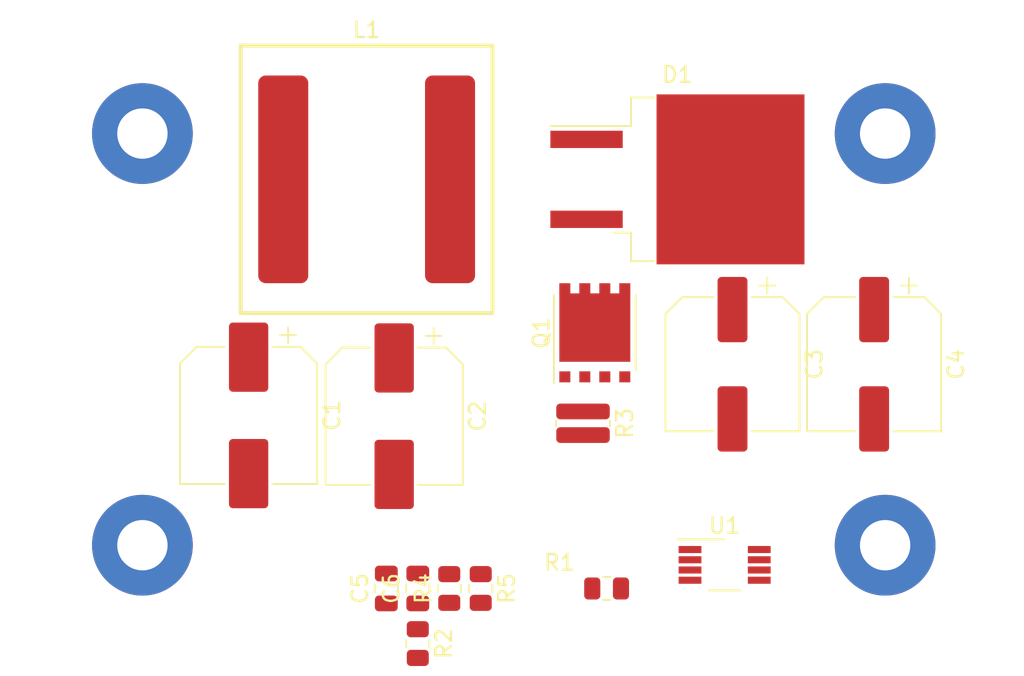
<source format=kicad_pcb>
(kicad_pcb (version 20211014) (generator pcbnew)
  (layers (0 "F.Cu" signal) (31 "B.Cu" signal) (34 "B.Paste" user) (35 "F.Paste" user) (36 "B.SilkS" user "B.Silkscreen") (37 "F.SilkS" user "F.Silkscreen") (38 "B.Mask" user) (39 "F.Mask" user) (44 "Edge.Cuts" user))
  (net 0 "")
  (net 1 "Net-(C2-Pad1)")
  (net 2 "GND")
  (net 3 "Net-(Q1-Pad3)")
  (net 4 "Net-(C3-Pad1)")
  (net 5 "Net-(C5-Pad2)")
  (net 6 "Net-(C6-Pad1)")
  (net 7 "Net-(Q1-Pad1)")
  (net 8 "Net-(Q1-Pad2)")
  (net 9 "Net-(R1-Pad2)")
  (net 10 "Net-(R4-Pad2)")
  (footprint "Package_SO:VSSOP-8_3.0x3.0mm_P0.65mm" (layer "F.Cu") (at 146 120.25)
    (fp_text reference "U1" (at 0 -2.5) (layer "F.SilkS"))
    (fp_text value "LM3488")
    (fp_line (start 1 1.62) (end -1 1.62) (layer "F.SilkS") (width 0.12))
    (fp_line (start 0 -1.62) (end -3 -1.62) (layer "F.SilkS") (width 0.12))
    (pad "1" smd rect (at -2.2 -0.975 270) (size 0.45 1.45) (layers "F.Cu" "F.Paste" "F.Mask") (net 7 "Net-(Q1-Pad1)"))
    (pad "2" smd rect (at -2.2 -0.325 270) (size 0.45 1.45) (layers "F.Cu" "F.Paste" "F.Mask") (net 5 "Net-(C5-Pad2)"))
    (pad "3" smd rect (at -2.2 0.325 270) (size 0.45 1.45) (layers "F.Cu" "F.Paste" "F.Mask") (net 10 "Net-(R4-Pad2)"))
    (pad "4" smd rect (at -2.2 0.975 270) (size 0.45 1.45) (layers "F.Cu" "F.Paste" "F.Mask") (net 2 "GND"))
    (pad "5" smd rect (at 2.2 0.975 270) (size 0.45 1.45) (layers "F.Cu" "F.Paste" "F.Mask") (net 2 "GND"))
    (pad "6" smd rect (at 2.2 0.325 270) (size 0.45 1.45) (layers "F.Cu" "F.Paste" "F.Mask") (net 8 "Net-(Q1-Pad2)"))
    (pad "7" smd rect (at 2.2 -0.325 270) (size 0.45 1.45) (layers "F.Cu" "F.Paste" "F.Mask") (net 9 "Net-(R1-Pad2)"))
    (pad "8" smd rect (at 2.2 -0.975 270) (size 0.45 1.45) (layers "F.Cu" "F.Paste" "F.Mask") (net 1 "Net-(C2-Pad1)"))
  )
  (footprint "" (layer "F.Cu") (at 156.2 119)
    (fp_text reference "" (at 0 0) (layer "F.SilkS") (effects (font (size 1.27 1.27))))
    (fp_text value "" (at 0 0) (layer "F.SilkS") (effects (font (size 1.27 1.27))))
    (pad "1" thru_hole circle locked (at 0 0) (size 6.4 6.4) (drill 3.2) (layers F&B.Cu *.Mask))
  )
  (footprint "Resistor_SMD:R_0805_2012Metric" (layer "F.Cu") (at 138.5 121.75)
    (fp_text reference "R1" (at -3 -1.65) (layer "F.SilkS"))
    (fp_text value "115K")
    (fp_line (start -0.227064 0.735) (end 0.227064 0.735) (layer "F.SilkS") (width 0.12))
    (fp_line (start -0.227064 -0.735) (end 0.227064 -0.735) (layer "F.SilkS") (width 0.12))
    (pad "1" smd roundrect (at -0.9125 0) (size 1.025 1.4) (layers "F.Cu" "F.Paste" "F.Mask") (roundrect_rratio 0.243902) (net 2 "GND"))
    (pad "2" smd roundrect (at 0.9125 0) (size 1.025 1.4) (layers "F.Cu" "F.Paste" "F.Mask") (roundrect_rratio 0.243902) (net 9 "Net-(R1-Pad2)"))
  )
  (footprint "Capacitor_SMD:C_0805_2012Metric" (layer "F.Cu") (at 124.5 121.75 90)
    (fp_text reference "C5" (at 0 -1.68 90) (layer "F.SilkS"))
    (fp_text value "33nF")
    (fp_line (start -0.261252 0.735) (end 0.261252 0.735) (layer "F.SilkS") (width 0.12))
    (fp_line (start -0.261252 -0.735) (end 0.261252 -0.735) (layer "F.SilkS") (width 0.12))
    (pad "1" smd roundrect (at -0.95 0 90) (size 1 1.45) (layers "F.Cu" "F.Paste" "F.Mask") (net 2 "GND"))
    (pad "2" smd roundrect (at 0.95 0 90) (size 1 1.45) (layers "F.Cu" "F.Paste" "F.Mask") (net 5 "Net-(C5-Pad2)"))
  )
  (footprint "Capacitor_SMD:C_0805_2012Metric" (layer "F.Cu") (at 126.5 121.75 90)
    (fp_text reference "C6" (at 0 -1.68 90) (layer "F.SilkS"))
    (fp_text value "470nF")
    (fp_line (start -0.261252 -0.735) (end 0.261252 -0.735) (layer "F.SilkS") (width 0.12))
    (fp_line (start -0.261252 0.735) (end 0.261252 0.735) (layer "F.SilkS") (width 0.12))
    (pad "1" smd roundrect (at -0.95 0 90) (size 1 1.45) (layers "F.Cu" "F.Paste" "F.Mask") (net 6 "Net-(C6-Pad1)"))
    (pad "2" smd roundrect (at 0.95 0 90) (size 1 1.45) (layers "F.Cu" "F.Paste" "F.Mask") (net 5 "Net-(C5-Pad2)"))
  )
  (footprint "Resistor_SMD:R_0805_2012Metric" (layer "F.Cu") (at 128.5 121.75 90)
    (fp_text reference "R4" (at 0 -1.65 90) (layer "F.SilkS"))
    (fp_text value "1K")
    (fp_line (start -0.227064 0.735) (end 0.227064 0.735) (layer "F.SilkS") (width 0.12))
    (fp_line (start -0.227064 -0.735) (end 0.227064 -0.735) (layer "F.SilkS") (width 0.12))
    (pad "1" smd roundrect (at -0.9125 0 90) (size 1.025 1.4) (layers "F.Cu" "F.Paste" "F.Mask") (roundrect_rratio 0.243902) (net 2 "GND"))
    (pad "2" smd roundrect (at 0.9125 0 90) (size 1.025 1.4) (layers "F.Cu" "F.Paste" "F.Mask") (roundrect_rratio 0.243902) (net 10 "Net-(R4-Pad2)"))
  )
  (footprint "Library:XAL1580" (layer "F.Cu") (at 123.25 95.75)
    (fp_text reference "L1" (at 0 -9.5 unlocked) (layer "F.SilkS"))
    (fp_text value "5.3uH")
    (fp_rect (start -8 8.5) (end 8 -8.5) (layer "F.SilkS") (width 0.254) (fill none))
    (pad "1" smd roundrect (at -5.3 0) (size 3.18 13.2) (layers "F.Cu" "F.Paste" "F.Mask") (roundrect_rratio 0.15) (net 1 "Net-(C2-Pad1)"))
    (pad "2" smd roundrect (at 5.3 0) (size 3.18 13.2) (layers "F.Cu" "F.Paste" "F.Mask") (roundrect_rratio 0.15) (net 3 "Net-(Q1-Pad3)"))
  )
  (footprint "Package_TO_SOT_SMD:TO-263-2" (layer "F.Cu") (at 143 95.75)
    (fp_text reference "D1" (at 0 -6.65) (layer "F.SilkS"))
    (fp_text value "D_Schottky_AKA")
    (fp_line (start -1.45 5.2) (end -2.95 5.2) (layer "F.SilkS") (width 0.12))
    (fp_line (start -2.95 5.2) (end -2.95 3.39) (layer "F.SilkS") (width 0.12))
    (fp_line (start -2.95 3.39) (end -4.05 3.39) (layer "F.SilkS") (width 0.12))
    (fp_line (start -2.95 -3.39) (end -8.075 -3.39) (layer "F.SilkS") (width 0.12))
    (fp_line (start -2.95 -5.2) (end -2.95 -3.39) (layer "F.SilkS") (width 0.12))
    (fp_line (start -1.45 -5.2) (end -2.95 -5.2) (layer "F.SilkS") (width 0.12))
    (pad "1" smd rect (at -5.775 -2.54) (size 4.6 1.1) (layers "F.Cu" "F.Paste" "F.Mask") (net 3 "Net-(Q1-Pad3)"))
    (pad "2" smd rect (at 3.375 0) (size 9.4 10.8) (layers "F.Cu" "F.Mask") (net 4 "Net-(C3-Pad1)"))
    (pad "3" smd rect (at -5.775 2.54) (size 4.6 1.1) (layers "F.Cu" "F.Paste" "F.Mask") (net 3 "Net-(Q1-Pad3)"))
  )
  (footprint "" (layer "F.Cu") (at 109 119)
    (fp_text reference "" (at 0 0) (layer "F.SilkS") (effects (font (size 1.27 1.27))))
    (fp_text value "" (at 0 0) (layer "F.SilkS") (effects (font (size 1.27 1.27))))
    (pad "1" thru_hole circle locked (at 0 0) (size 6.4 6.4) (drill 3.2) (layers F&B.Cu *.Mask))
  )
  (footprint "MountingHole:MountingHole_3.2mm_M3_Pad" (layer "F.Cu") (at 156.2 92.84)
    (fp_text reference "REF**" hide)
    (fp_text value "MountingHole_3.2mm_M3_Pad" hide)
    (pad "1" thru_hole circle locked (at 0 0) (size 6.4 6.4) (drill 3.2) (layers *.Cu *.Mask))
  )
  (footprint "Capacitor_SMD:CP_Elec_8x11.9" (layer "F.Cu") (at 155.5 107.5 -90)
    (fp_text reference "C4" (at 0 -5.2 90) (layer "F.SilkS"))
    (fp_text value "82uF")
    (fp_line (start -5.5 -2.21) (end -4.5 -2.21) (layer "F.SilkS") (width 0.12))
    (fp_line (start -5 -2.71) (end -5 -1.71) (layer "F.SilkS") (width 0.12))
    (fp_line (start 4.26 -4.26) (end 4.26 -1.21) (layer "F.SilkS") (width 0.12))
    (fp_line (start -4.26 3.195563) (end -3.195563 4.26) (layer "F.SilkS") (width 0.12))
    (fp_line (start -3.195563 -4.26) (end 4.26 -4.26) (layer "F.SilkS") (width 0.12))
    (fp_line (start -4.26 -3.195563) (end -4.26 -1.21) (layer "F.SilkS") (width 0.12))
    (fp_line (start -4.26 3.195563) (end -4.26 1.21) (layer "F.SilkS") (width 0.12))
    (fp_line (start -4.26 -3.195563) (end -3.195563 -4.26) (layer "F.SilkS") (width 0.12))
    (fp_line (start -3.195563 4.26) (end 4.26 4.26) (layer "F.SilkS") (width 0.12))
    (fp_line (start 4.26 4.26) (end 4.26 1.21) (layer "F.SilkS") (width 0.12))
    (pad "1" smd roundrect (at -3.475 0 270) (size 4.15 1.9) (layers "F.Cu" "F.Paste" "F.Mask") (roundrect_rratio 0.131579) (net 4 "Net-(C3-Pad1)"))
    (pad "2" smd roundrect (at 3.475 0 270) (size 4.15 1.9) (layers "F.Cu" "F.Paste" "F.Mask") (roundrect_rratio 0.131579) (net 2 "GND"))
  )
  (footprint "Resistor_SMD:R_0805_2012Metric" (layer "F.Cu") (at 130.5 121.75 -90)
    (fp_text reference "R5" (at 0 -1.65 90) (layer "F.SilkS"))
    (fp_text value "14K")
    (fp_line (start -0.227064 0.735) (end 0.227064 0.735) (layer "F.SilkS") (width 0.12))
    (fp_line (start -0.227064 -0.735) (end 0.227064 -0.735) (layer "F.SilkS") (width 0.12))
    (pad "1" smd roundrect (at -0.9125 0 270) (size 1.025 1.4) (layers "F.Cu" "F.Paste" "F.Mask") (roundrect_rratio 0.243902) (net 10 "Net-(R4-Pad2)"))
    (pad "2" smd roundrect (at 0.9125 0 270) (size 1.025 1.4) (layers "F.Cu" "F.Paste" "F.Mask") (roundrect_rratio 0.243902) (net 4 "Net-(C3-Pad1)"))
  )
  (footprint "" (layer "F.Cu") (at 109 92.84)
    (fp_text reference "" (at 0 0) (layer "F.SilkS") (effects (font (size 1.27 1.27))))
    (fp_text value "" (at 0 0) (layer "F.SilkS") (effects (font (size 1.27 1.27))))
    (pad "1" thru_hole circle locked (at 0 0) (size 6.4 6.4) (drill 3.2) (layers F&B.Cu *.Mask))
  )
  (footprint "Resistor_SMD:R_0612_1632Metric" (layer "F.Cu") (at 137 111.25 -90)
    (fp_text reference "R3" (at 0 -2.65 90) (layer "F.SilkS"))
    (fp_text value "3mR")
    (fp_line (start -0.182983 -1.71) (end 0.182983 -1.71) (layer "F.SilkS") (width 0.12))
    (fp_line (start -0.182983 1.71) (end 0.182983 1.71) (layer "F.SilkS") (width 0.12))
    (pad "1" smd roundrect (at -0.75 0 270) (size 1 3.4) (layers "F.Cu" "F.Paste" "F.Mask") (net 7 "Net-(Q1-Pad1)"))
    (pad "2" smd roundrect (at 0.75 0 270) (size 1 3.4) (layers "F.Cu" "F.Paste" "F.Mask") (net 2 "GND"))
  )
  (footprint "Resistor_SMD:R_0805_2012Metric" (layer "F.Cu") (at 126.5 125.25 -90)
    (fp_text reference "R2" (at 0 -1.65 90) (layer "F.SilkS"))
    (fp_text value "549R")
    (fp_line (start -0.227064 0.735) (end 0.227064 0.735) (layer "F.SilkS") (width 0.12))
    (fp_line (start -0.227064 -0.735) (end 0.227064 -0.735) (layer "F.SilkS") (width 0.12))
    (pad "1" smd roundrect (at -0.9125 0 270) (size 1.025 1.4) (layers "F.Cu" "F.Paste" "F.Mask") (roundrect_rratio 0.243902) (net 6 "Net-(C6-Pad1)"))
    (pad "2" smd roundrect (at 0.9125 0 270) (size 1.025 1.4) (layers "F.Cu" "F.Paste" "F.Mask") (roundrect_rratio 0.243902) (net 2 "GND"))
  )
  (footprint "Capacitor_SMD:CP_Elec_8x10.5" (layer "F.Cu") (at 115.75 110.75 -90)
    (fp_text reference "C1" (at 0 -5.3 90) (layer "F.SilkS"))
    (fp_text value "470uF")
    (fp_line (start -5.1 -3.01) (end -5.1 -2.01) (layer "F.SilkS") (width 0.12))
    (fp_line (start -4.36 -3.295563) (end -4.36 -1.51) (layer "F.SilkS") (width 0.12))
    (fp_line (start -3.295563 -4.36) (end 4.36 -4.36) (layer "F.SilkS") (width 0.12))
    (fp_line (start -5.6 -2.51) (end -4.6 -2.51) (layer "F.SilkS") (width 0.12))
    (fp_line (start -4.36 3.295563) (end -4.36 1.51) (layer "F.SilkS") (width 0.12))
    (fp_line (start 4.36 -4.36) (end 4.36 -1.51) (layer "F.SilkS") (width 0.12))
    (fp_line (start 4.36 4.36) (end 4.36 1.51) (layer "F.SilkS") (width 0.12))
    (fp_line (start -4.36 3.295563) (end -3.295563 4.36) (layer "F.SilkS") (width 0.12))
    (fp_line (start -4.36 -3.295563) (end -3.295563 -4.36) (layer "F.SilkS") (width 0.12))
    (fp_line (start -3.295563 4.36) (end 4.36 4.36) (layer "F.SilkS") (width 0.12))
    (pad "1" smd roundrect (at -3.7 0 270) (size 4.4 2.5) (layers "F.Cu" "F.Paste" "F.Mask") (roundrect_rratio 0.1) (net 1 "Net-(C2-Pad1)"))
    (pad "2" smd roundrect (at 3.7 0 270) (size 4.4 2.5) (layers "F.Cu" "F.Paste" "F.Mask") (roundrect_rratio 0.1) (net 2 "GND"))
  )
  (footprint "Package_SON:VSONP-8-1EP_5x6_P1.27mm" (layer "F.Cu") (at 137.75 105.5 90)
    (fp_text reference "Q1" (at 0 -3.4 90) (layer "F.SilkS"))
    (fp_text value "Q_NMOS_SGD")
    (fp_line (start 2.4 2.6) (end -2.4 2.6) (layer "F.SilkS") (width 0.12))
    (fp_line (start 2.4 -2.6) (end -3.2 -2.6) (layer "F.SilkS") (width 0.12))
    (pad "1" smd rect (at -2.8 -1.905 90) (size 0.7 0.7) (layers "F.Cu" "F.Paste" "F.Mask") (net 7 "Net-(Q1-Pad1)"))
    (pad "1" smd rect (at -2.8 -0.635 90) (size 0.7 0.7) (layers "F.Cu" "F.Paste" "F.Mask") (net 7 "Net-(Q1-Pad1)"))
    (pad "1" smd rect (at -2.8 0.635 90) (size 0.7 0.7) (layers "F.Cu" "F.Paste" "F.Mask") (net 7 "Net-(Q1-Pad1)"))
    (pad "2" smd rect (at -2.8 1.905 90) (size 0.7 0.7) (layers "F.Cu" "F.Paste" "F.Mask") (net 8 "Net-(Q1-Pad2)"))
    (pad "3" smd rect (at 0.33 0 90) (size 4.35 4.51) (layers "F.Cu" "F.Mask") (net 3 "Net-(Q1-Pad3)"))
    (pad "3" smd rect (at 2.8 -0.635 90) (size 0.7 0.7) (layers "F.Cu" "F.Paste" "F.Mask") (net 3 "Net-(Q1-Pad3)"))
    (pad "3" smd rect (at 2.8 0.635 90) (size 0.7 0.7) (layers "F.Cu" "F.Paste" "F.Mask") (net 3 "Net-(Q1-Pad3)"))
    (pad "3" smd rect (at 2.8 -1.905 90) (size 0.7 0.7) (layers "F.Cu" "F.Paste" "F.Mask") (net 3 "Net-(Q1-Pad3)"))
    (pad "3" smd rect (at 2.8 1.905 90) (size 0.7 0.7) (layers "F.Cu" "F.Paste" "F.Mask") (net 3 "Net-(Q1-Pad3)"))
  )
  (footprint "Capacitor_SMD:CP_Elec_8x10.5" (layer "F.Cu") (at 125 110.8 -90)
    (fp_text reference "C2" (at 0 -5.3 90) (layer "F.SilkS"))
    (fp_text value "470uF")
    (fp_line (start -4.36 3.295563) (end -4.36 1.51) (layer "F.SilkS") (width 0.12))
    (fp_line (start -3.295563 -4.36) (end 4.36 -4.36) (layer "F.SilkS") (width 0.12))
    (fp_line (start 4.36 -4.36) (end 4.36 -1.51) (layer "F.SilkS") (width 0.12))
    (fp_line (start 4.36 4.36) (end 4.36 1.51) (layer "F.SilkS") (width 0.12))
    (fp_line (start -5.6 -2.51) (end -4.6 -2.51) (layer "F.SilkS") (width 0.12))
    (fp_line (start -4.36 -3.295563) (end -3.295563 -4.36) (layer "F.SilkS") (width 0.12))
    (fp_line (start -5.1 -3.01) (end -5.1 -2.01) (layer "F.SilkS") (width 0.12))
    (fp_line (start -4.36 3.295563) (end -3.295563 4.36) (layer "F.SilkS") (width 0.12))
    (fp_line (start -3.295563 4.36) (end 4.36 4.36) (layer "F.SilkS") (width 0.12))
    (fp_line (start -4.36 -3.295563) (end -4.36 -1.51) (layer "F.SilkS") (width 0.12))
    (pad "1" smd roundrect (at -3.7 0 270) (size 4.4 2.5) (layers "F.Cu" "F.Paste" "F.Mask") (roundrect_rratio 0.1) (net 1 "Net-(C2-Pad1)"))
    (pad "2" smd roundrect (at 3.7 0 270) (size 4.4 2.5) (layers "F.Cu" "F.Paste" "F.Mask") (roundrect_rratio 0.1) (net 2 "GND"))
  )
  (footprint "Capacitor_SMD:CP_Elec_8x11.9" (layer "F.Cu") (at 146.5 107.5 -90)
    (fp_text reference "C3" (at 0 -5.2 90) (layer "F.SilkS"))
    (fp_text value "82uF")
    (fp_line (start -3.195563 4.26) (end 4.26 4.26) (layer "F.SilkS") (width 0.12))
    (fp_line (start -5 -2.71) (end -5 -1.71) (layer "F.SilkS") (width 0.12))
    (fp_line (start -4.26 3.195563) (end -4.26 1.21) (layer "F.SilkS") (width 0.12))
    (fp_line (start -4.26 3.195563) (end -3.195563 4.26) (layer "F.SilkS") (width 0.12))
    (fp_line (start -3.195563 -4.26) (end 4.26 -4.26) (layer "F.SilkS") (width 0.12))
    (fp_line (start -4.26 -3.195563) (end -3.195563 -4.26) (layer "F.SilkS") (width 0.12))
    (fp_line (start 4.26 -4.26) (end 4.26 -1.21) (layer "F.SilkS") (width 0.12))
    (fp_line (start 4.26 4.26) (end 4.26 1.21) (layer "F.SilkS") (width 0.12))
    (fp_line (start -5.5 -2.21) (end -4.5 -2.21) (layer "F.SilkS") (width 0.12))
    (fp_line (start -4.26 -3.195563) (end -4.26 -1.21) (layer "F.SilkS") (width 0.12))
    (pad "1" smd roundrect (at -3.475 0 270) (size 4.15 1.9) (layers "F.Cu" "F.Paste" "F.Mask") (roundrect_rratio 0.131579) (net 4 "Net-(C3-Pad1)"))
    (pad "2" smd roundrect (at 3.475 0 270) (size 4.15 1.9) (layers "F.Cu" "F.Paste" "F.Mask") (roundrect_rratio 0.131579) (net 2 "GND"))
  )
)
</source>
